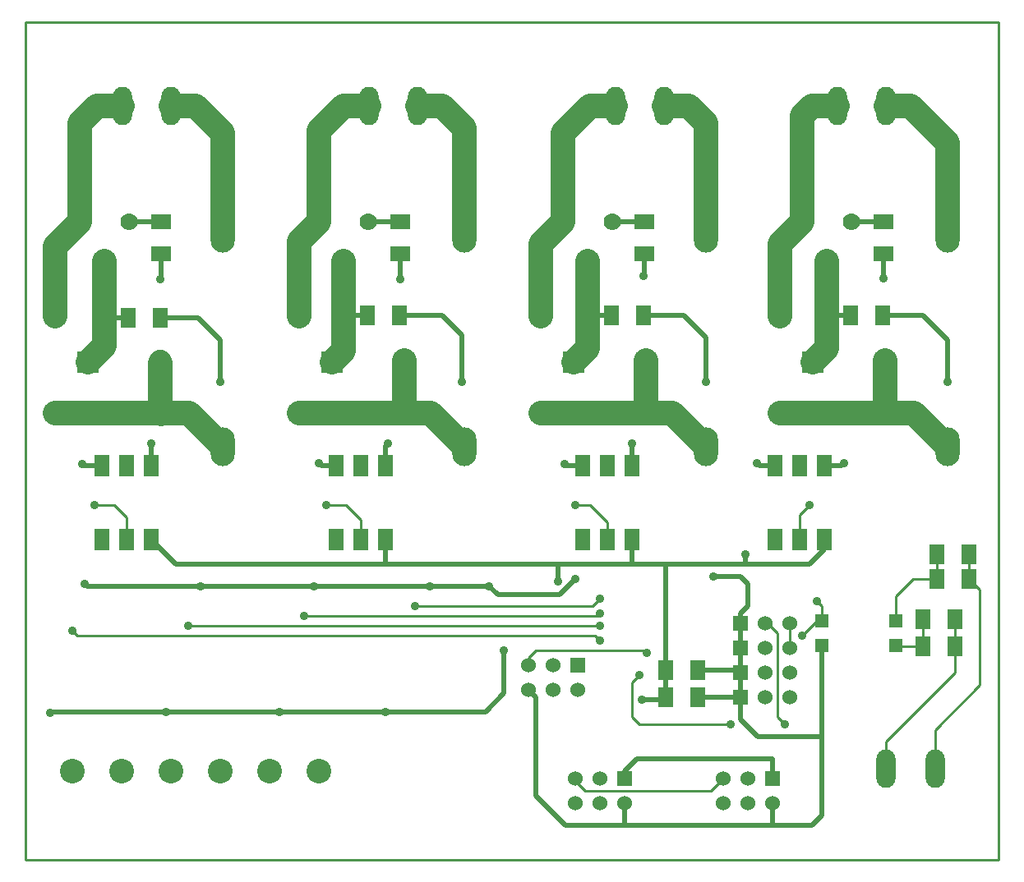
<source format=gbl>
G04 (created by PCBNEW (2011-nov-30)-testing) date jeu. 13 sept. 2012 21:58:41 CEST*
%MOIN*%
G04 Gerber Fmt 3.4, Leading zero omitted, Abs format*
%FSLAX34Y34*%
G01*
G70*
G90*
G04 APERTURE LIST*
%ADD10C,0.006*%
%ADD11C,0.01*%
%ADD12R,0.06X0.08*%
%ADD13R,0.06X0.06*%
%ADD14C,0.06*%
%ADD15O,0.078X0.156*%
%ADD16C,0.055*%
%ADD17R,0.062X0.09*%
%ADD18R,0.0882X0.0882*%
%ADD19C,0.0882*%
%ADD20R,0.055X0.055*%
%ADD21O,0.0984X0.1575*%
%ADD22C,0.07*%
%ADD23R,0.08X0.06*%
%ADD24C,0.1*%
%ADD25C,0.035*%
%ADD26C,0.02*%
%ADD27C,0.1*%
G04 APERTURE END LIST*
G54D10*
G54D11*
X51100Y-61600D02*
X51100Y-61400D01*
X90550Y-61600D02*
X51100Y-61600D01*
X90550Y-27600D02*
X90550Y-61600D01*
X51100Y-27600D02*
X90550Y-27600D01*
X51100Y-61400D02*
X51100Y-27600D01*
G54D12*
X66250Y-39500D03*
X64950Y-39500D03*
X56550Y-39600D03*
X55250Y-39600D03*
X76150Y-39500D03*
X74850Y-39500D03*
X85850Y-39500D03*
X84550Y-39500D03*
G54D13*
X73500Y-53700D03*
G54D14*
X73500Y-54700D03*
X72500Y-53700D03*
X72500Y-54700D03*
X71500Y-53700D03*
X71500Y-54700D03*
G54D15*
X66990Y-31000D03*
X65020Y-31000D03*
X76990Y-31000D03*
X75020Y-31000D03*
X56990Y-31000D03*
X55020Y-31000D03*
X85990Y-31000D03*
X84020Y-31000D03*
G54D16*
X52300Y-43469D03*
X52300Y-39531D03*
X62200Y-43469D03*
X62200Y-39531D03*
X72000Y-43469D03*
X72000Y-39531D03*
X81700Y-43469D03*
X81700Y-39531D03*
G54D17*
X65700Y-48600D03*
X64700Y-48600D03*
X63700Y-48600D03*
X63700Y-45600D03*
X64700Y-45600D03*
X65700Y-45600D03*
X75700Y-48600D03*
X74700Y-48600D03*
X73700Y-48600D03*
X73700Y-45600D03*
X74700Y-45600D03*
X75700Y-45600D03*
X83500Y-48600D03*
X82500Y-48600D03*
X81500Y-48600D03*
X81500Y-45600D03*
X82500Y-45600D03*
X83500Y-45600D03*
X56200Y-48600D03*
X55200Y-48600D03*
X54200Y-48600D03*
X54200Y-45600D03*
X55200Y-45600D03*
X56200Y-45600D03*
G54D18*
X73324Y-41400D03*
G54D19*
X76276Y-41350D03*
G54D18*
X63524Y-41400D03*
G54D19*
X66476Y-41350D03*
G54D18*
X53624Y-41400D03*
G54D19*
X56576Y-41350D03*
G54D18*
X83024Y-41400D03*
G54D19*
X85976Y-41350D03*
G54D13*
X81400Y-58300D03*
G54D14*
X81400Y-59300D03*
X80400Y-58300D03*
X80400Y-59300D03*
X79400Y-58300D03*
X79400Y-59300D03*
G54D13*
X75400Y-58300D03*
G54D14*
X75400Y-59300D03*
X74400Y-58300D03*
X74400Y-59300D03*
X73400Y-58300D03*
X73400Y-59300D03*
G54D12*
X88050Y-50200D03*
X89350Y-50200D03*
X88050Y-49200D03*
X89350Y-49200D03*
X87500Y-51850D03*
X88800Y-51850D03*
X87500Y-52950D03*
X88800Y-52950D03*
G54D15*
X86010Y-57900D03*
X87980Y-57900D03*
G54D20*
X86400Y-51900D03*
X86400Y-52900D03*
X83400Y-52900D03*
X83400Y-51900D03*
G54D21*
X59100Y-36169D03*
X59100Y-44831D03*
X68900Y-36169D03*
X68900Y-44831D03*
X78700Y-36169D03*
X78700Y-44831D03*
X88500Y-36169D03*
X88500Y-44831D03*
G54D13*
X80100Y-55000D03*
G54D14*
X81100Y-55000D03*
X82100Y-55000D03*
G54D13*
X80100Y-54000D03*
G54D14*
X81100Y-54000D03*
X82100Y-54000D03*
G54D13*
X80100Y-52000D03*
G54D14*
X81100Y-52000D03*
X82100Y-52000D03*
G54D13*
X80100Y-53000D03*
G54D14*
X81100Y-53000D03*
X82100Y-53000D03*
G54D22*
X55300Y-35700D03*
X54300Y-37300D03*
X53300Y-35700D03*
X65000Y-35700D03*
X64000Y-37300D03*
X63000Y-35700D03*
X74900Y-35700D03*
X73900Y-37300D03*
X72900Y-35700D03*
X84600Y-35700D03*
X83600Y-37300D03*
X82600Y-35700D03*
G54D12*
X77050Y-55000D03*
X78350Y-55000D03*
X77050Y-53900D03*
X78350Y-53900D03*
G54D23*
X56600Y-37000D03*
X56600Y-35700D03*
X66300Y-37000D03*
X66300Y-35700D03*
X76200Y-37000D03*
X76200Y-35700D03*
X85900Y-37000D03*
X85900Y-35700D03*
G54D24*
X53000Y-58000D03*
X55000Y-58000D03*
X57000Y-58000D03*
X59000Y-58000D03*
X61000Y-58000D03*
X63000Y-58000D03*
G54D25*
X76100Y-55100D03*
X80300Y-49200D03*
X70500Y-53100D03*
X61400Y-55600D03*
X56800Y-55600D03*
X65700Y-55600D03*
X52100Y-55650D03*
X72700Y-50300D03*
X59000Y-42200D03*
X56200Y-44700D03*
X53400Y-45550D03*
X56550Y-38050D03*
X68800Y-42200D03*
X65800Y-44700D03*
X63000Y-45500D03*
X66300Y-38050D03*
X78700Y-42200D03*
X75700Y-44700D03*
X72950Y-45550D03*
X76150Y-37900D03*
X88500Y-42200D03*
X84300Y-45500D03*
X80750Y-45500D03*
X85900Y-38000D03*
X53000Y-52300D03*
X74400Y-52700D03*
X57700Y-52100D03*
X74400Y-52100D03*
X62400Y-51700D03*
X74400Y-51600D03*
X66900Y-51300D03*
X74400Y-51000D03*
X76000Y-54100D03*
X79700Y-56100D03*
X81900Y-56100D03*
X76300Y-53200D03*
X82600Y-52500D03*
X83200Y-51100D03*
X79000Y-50100D03*
X73400Y-50200D03*
X69900Y-50500D03*
X67500Y-50500D03*
X62800Y-50500D03*
X58200Y-50500D03*
X53500Y-50400D03*
X73400Y-47200D03*
X53900Y-47200D03*
X63300Y-47200D03*
X82900Y-47200D03*
G54D26*
X76100Y-55100D02*
X76950Y-55100D01*
X77050Y-55000D02*
X77050Y-53900D01*
X77050Y-53900D02*
X77050Y-49600D01*
X77050Y-49600D02*
X77000Y-49600D01*
X76950Y-55100D02*
X77050Y-55000D01*
X80300Y-49200D02*
X80300Y-49600D01*
X82900Y-49600D02*
X81000Y-49600D01*
X83500Y-49000D02*
X82900Y-49600D01*
X81000Y-49600D02*
X80300Y-49600D01*
X83500Y-48600D02*
X83500Y-49000D01*
X65700Y-55600D02*
X69750Y-55600D01*
X70500Y-54850D02*
X70500Y-53100D01*
X69750Y-55600D02*
X70500Y-54850D01*
X52150Y-55600D02*
X56800Y-55600D01*
X56800Y-55600D02*
X61400Y-55600D01*
X61400Y-55600D02*
X65700Y-55600D01*
X52100Y-55650D02*
X52150Y-55600D01*
X72700Y-50300D02*
X72700Y-49600D01*
X72700Y-49600D02*
X72700Y-49700D01*
X72700Y-49700D02*
X72700Y-49600D01*
X80300Y-49600D02*
X77000Y-49600D01*
X77000Y-49600D02*
X75700Y-49600D01*
X81400Y-58300D02*
X81400Y-57500D01*
X75400Y-58000D02*
X75400Y-58300D01*
X75900Y-57500D02*
X75400Y-58000D01*
X81400Y-57500D02*
X75900Y-57500D01*
X65700Y-48600D02*
X65700Y-49600D01*
X71700Y-49600D02*
X65700Y-49600D01*
X65700Y-49600D02*
X57200Y-49600D01*
X57200Y-49600D02*
X56200Y-48600D01*
X75700Y-48600D02*
X75700Y-49600D01*
X75700Y-49600D02*
X73700Y-49600D01*
X73700Y-49600D02*
X72800Y-49600D01*
X72800Y-49600D02*
X72700Y-49600D01*
X72700Y-49600D02*
X71700Y-49600D01*
X71700Y-49600D02*
X71600Y-49600D01*
G54D11*
X73400Y-58300D02*
X73400Y-58400D01*
X78900Y-58800D02*
X79400Y-58300D01*
X73800Y-58800D02*
X78900Y-58800D01*
X73400Y-58400D02*
X73800Y-58800D01*
G54D26*
X56550Y-39600D02*
X58100Y-39600D01*
X58100Y-39600D02*
X59000Y-40500D01*
X59000Y-40500D02*
X59000Y-42200D01*
X56200Y-44700D02*
X56200Y-45600D01*
X56600Y-37050D02*
X56600Y-38000D01*
X53450Y-45600D02*
X54200Y-45600D01*
X53400Y-45550D02*
X53450Y-45600D01*
X56600Y-38000D02*
X56550Y-38050D01*
X55300Y-35700D02*
X56550Y-35700D01*
X56550Y-35700D02*
X56600Y-35750D01*
X66250Y-39500D02*
X68000Y-39500D01*
X68000Y-39500D02*
X68800Y-40300D01*
X68800Y-40300D02*
X68800Y-42200D01*
X65800Y-44700D02*
X65700Y-44800D01*
X65700Y-44800D02*
X65700Y-45600D01*
X66300Y-37000D02*
X66300Y-38050D01*
X63100Y-45600D02*
X63700Y-45600D01*
X63000Y-45500D02*
X63100Y-45600D01*
X65000Y-35700D02*
X66300Y-35700D01*
X76150Y-39500D02*
X77800Y-39500D01*
X77800Y-39500D02*
X78700Y-40400D01*
X78700Y-40400D02*
X78700Y-42200D01*
X75700Y-44700D02*
X75700Y-45600D01*
X76200Y-37000D02*
X76200Y-37850D01*
X73000Y-45600D02*
X73700Y-45600D01*
X72950Y-45550D02*
X73000Y-45600D01*
X76200Y-37850D02*
X76150Y-37900D01*
X74900Y-35700D02*
X76200Y-35700D01*
X85850Y-39500D02*
X87500Y-39500D01*
X87500Y-39500D02*
X88500Y-40500D01*
X88500Y-40500D02*
X88500Y-42200D01*
X84300Y-45500D02*
X84200Y-45600D01*
X84200Y-45600D02*
X83500Y-45600D01*
X85900Y-37000D02*
X85900Y-38000D01*
X80850Y-45600D02*
X81500Y-45600D01*
X80750Y-45500D02*
X80850Y-45600D01*
X84600Y-35700D02*
X85900Y-35700D01*
G54D27*
X54300Y-39500D02*
X54300Y-40724D01*
X54300Y-40724D02*
X53624Y-41400D01*
G54D26*
X55250Y-39600D02*
X54300Y-39600D01*
X54500Y-39500D02*
X54300Y-39500D01*
X54400Y-39500D02*
X54500Y-39500D01*
X54300Y-39600D02*
X54400Y-39500D01*
G54D27*
X54300Y-37300D02*
X54300Y-39500D01*
X56576Y-41450D02*
X56576Y-43469D01*
X56600Y-43500D02*
X56600Y-43469D01*
X56600Y-43493D02*
X56600Y-43500D01*
X56576Y-43469D02*
X56600Y-43493D01*
X52300Y-43469D02*
X56600Y-43469D01*
X56600Y-43469D02*
X57738Y-43469D01*
X57738Y-43469D02*
X59100Y-44831D01*
X59100Y-36169D02*
X59100Y-32100D01*
X58000Y-31000D02*
X56990Y-31000D01*
X59100Y-32100D02*
X58000Y-31000D01*
X52300Y-39531D02*
X52300Y-36700D01*
X52300Y-36700D02*
X53300Y-35700D01*
X53300Y-35700D02*
X53300Y-31700D01*
X53300Y-31700D02*
X54000Y-31000D01*
X54000Y-31000D02*
X55020Y-31000D01*
G54D26*
X64950Y-39500D02*
X64000Y-39500D01*
X64000Y-39500D02*
X63800Y-39500D01*
X63800Y-39500D02*
X64000Y-39500D01*
G54D27*
X64000Y-37300D02*
X64000Y-39500D01*
X64000Y-39500D02*
X64000Y-40924D01*
X64000Y-40924D02*
X63524Y-41400D01*
X66476Y-41350D02*
X66476Y-43469D01*
X66500Y-43200D02*
X66500Y-43469D01*
X66500Y-43445D02*
X66500Y-43200D01*
X66476Y-43469D02*
X66500Y-43445D01*
X62200Y-43469D02*
X66500Y-43469D01*
X66500Y-43469D02*
X67538Y-43469D01*
X67538Y-43469D02*
X68900Y-44831D01*
X68900Y-36169D02*
X68900Y-31900D01*
X68000Y-31000D02*
X66990Y-31000D01*
X68900Y-31900D02*
X68000Y-31000D01*
X63000Y-35700D02*
X63000Y-32000D01*
X63000Y-32000D02*
X64000Y-31000D01*
X64000Y-31000D02*
X65020Y-31000D01*
X62200Y-39531D02*
X62200Y-36500D01*
X62200Y-36500D02*
X63000Y-35700D01*
G54D26*
X74850Y-39500D02*
X73900Y-39500D01*
X73900Y-39500D02*
X74000Y-39500D01*
X74000Y-39500D02*
X73900Y-39500D01*
G54D27*
X73900Y-37300D02*
X73900Y-39500D01*
X73900Y-39500D02*
X73900Y-40824D01*
X73900Y-40824D02*
X73324Y-41400D01*
X76276Y-41350D02*
X76276Y-43469D01*
X76300Y-43300D02*
X76300Y-43469D01*
X76300Y-43445D02*
X76300Y-43300D01*
X76276Y-43469D02*
X76300Y-43445D01*
X72000Y-43469D02*
X76300Y-43469D01*
X76300Y-43469D02*
X77338Y-43469D01*
X77338Y-43469D02*
X78700Y-44831D01*
X78700Y-36169D02*
X78700Y-31700D01*
X78000Y-31000D02*
X76990Y-31000D01*
X78700Y-31700D02*
X78000Y-31000D01*
X72900Y-35700D02*
X72900Y-32100D01*
X72900Y-32100D02*
X74000Y-31000D01*
X74000Y-31000D02*
X75020Y-31000D01*
X72000Y-39531D02*
X72000Y-36600D01*
X72000Y-36600D02*
X72900Y-35700D01*
G54D26*
X83600Y-39500D02*
X84550Y-39500D01*
G54D27*
X83600Y-37300D02*
X83600Y-39500D01*
X83600Y-39500D02*
X83600Y-40824D01*
X83600Y-40824D02*
X83024Y-41400D01*
X85976Y-43469D02*
X86000Y-43469D01*
X85976Y-41350D02*
X85976Y-43469D01*
X86000Y-43469D02*
X87138Y-43469D01*
X81700Y-43469D02*
X86000Y-43469D01*
X87138Y-43469D02*
X88500Y-44831D01*
X88500Y-36169D02*
X88500Y-32500D01*
X87000Y-31000D02*
X85990Y-31000D01*
X88500Y-32500D02*
X87000Y-31000D01*
X81700Y-39531D02*
X81700Y-36600D01*
X81700Y-36600D02*
X82600Y-35700D01*
X82600Y-35700D02*
X82600Y-31400D01*
X82600Y-31400D02*
X83000Y-31000D01*
X83000Y-31000D02*
X84020Y-31000D01*
G54D11*
X53500Y-52500D02*
X53200Y-52500D01*
X53200Y-52500D02*
X53000Y-52300D01*
X74200Y-52500D02*
X53500Y-52500D01*
X74400Y-52700D02*
X74200Y-52500D01*
X58000Y-52100D02*
X74400Y-52100D01*
X57700Y-52100D02*
X58000Y-52100D01*
X74300Y-51700D02*
X62400Y-51700D01*
X74400Y-51600D02*
X74300Y-51700D01*
X74100Y-51300D02*
X66900Y-51300D01*
X74400Y-51000D02*
X74100Y-51300D01*
X81100Y-52000D02*
X81200Y-52000D01*
X75700Y-54400D02*
X76000Y-54100D01*
X75700Y-55800D02*
X75700Y-54400D01*
X75800Y-55900D02*
X75700Y-55800D01*
X76000Y-56100D02*
X75800Y-55900D01*
X76400Y-56100D02*
X76000Y-56100D01*
X79700Y-56100D02*
X76400Y-56100D01*
X81600Y-55800D02*
X81900Y-56100D01*
X81600Y-52400D02*
X81600Y-55800D01*
X81200Y-52000D02*
X81600Y-52400D01*
X86010Y-57900D02*
X86010Y-56790D01*
X88800Y-54000D02*
X88800Y-52950D01*
X86010Y-56790D02*
X88800Y-54000D01*
X88800Y-51850D02*
X88800Y-52950D01*
X89350Y-50200D02*
X89350Y-49200D01*
X87980Y-57900D02*
X87980Y-56320D01*
X89800Y-50650D02*
X89350Y-50200D01*
X89800Y-54500D02*
X89800Y-50650D01*
X87980Y-56320D02*
X89800Y-54500D01*
X76200Y-53100D02*
X76300Y-53200D01*
X71800Y-53100D02*
X76200Y-53100D01*
X71500Y-53400D02*
X71800Y-53100D01*
X71500Y-53700D02*
X71500Y-53400D01*
X83400Y-51900D02*
X83200Y-51900D01*
X83200Y-51900D02*
X82600Y-52500D01*
X83400Y-51900D02*
X83400Y-51300D01*
X83400Y-51300D02*
X83200Y-51100D01*
G54D26*
X78350Y-53900D02*
X80000Y-53900D01*
X78350Y-55000D02*
X80100Y-55000D01*
X80000Y-53900D02*
X80100Y-54000D01*
X79600Y-50100D02*
X80100Y-50100D01*
X79600Y-50100D02*
X79000Y-50100D01*
X80100Y-51600D02*
X80100Y-52000D01*
X80400Y-51300D02*
X80100Y-51600D01*
X80400Y-50400D02*
X80400Y-51300D01*
X80100Y-50100D02*
X80400Y-50400D01*
X80100Y-52000D02*
X80100Y-53000D01*
X83400Y-56600D02*
X80800Y-56600D01*
X80100Y-55900D02*
X80100Y-55000D01*
X80400Y-56200D02*
X80800Y-56600D01*
X80100Y-55900D02*
X80400Y-56200D01*
X83400Y-52900D02*
X83400Y-56600D01*
X83400Y-56600D02*
X83400Y-59800D01*
X83000Y-60200D02*
X81400Y-60200D01*
X83400Y-59800D02*
X83000Y-60200D01*
X71500Y-54700D02*
X71800Y-55000D01*
X73000Y-60200D02*
X75350Y-60200D01*
X71800Y-59000D02*
X73000Y-60200D01*
X71800Y-55000D02*
X71800Y-59000D01*
X70250Y-50850D02*
X72750Y-50850D01*
X69900Y-50500D02*
X70250Y-50850D01*
X72750Y-50850D02*
X73400Y-50200D01*
X75400Y-59300D02*
X75400Y-60150D01*
X75400Y-60150D02*
X75350Y-60200D01*
X67500Y-50500D02*
X69900Y-50500D01*
X81400Y-59300D02*
X81400Y-60200D01*
X75350Y-60200D02*
X81400Y-60200D01*
X80100Y-54000D02*
X80100Y-55000D01*
X80100Y-53000D02*
X80100Y-54000D01*
X53600Y-50500D02*
X58200Y-50500D01*
X58200Y-50500D02*
X62800Y-50500D01*
X62800Y-50500D02*
X67500Y-50500D01*
X53500Y-50400D02*
X53600Y-50500D01*
G54D11*
X82100Y-53000D02*
X82100Y-52000D01*
X87500Y-52950D02*
X86450Y-52950D01*
X86450Y-52950D02*
X86400Y-52900D01*
X87500Y-51850D02*
X87500Y-52950D01*
X87450Y-51900D02*
X87500Y-51850D01*
X88050Y-50200D02*
X87100Y-50200D01*
X86400Y-50900D02*
X86400Y-51900D01*
X87100Y-50200D02*
X86400Y-50900D01*
X88050Y-49200D02*
X88050Y-50200D01*
X74700Y-48600D02*
X74700Y-47900D01*
X74000Y-47200D02*
X73400Y-47200D01*
X74700Y-47900D02*
X74000Y-47200D01*
X55200Y-48600D02*
X55200Y-47700D01*
X54700Y-47200D02*
X53900Y-47200D01*
X55200Y-47700D02*
X54700Y-47200D01*
X64700Y-48600D02*
X64700Y-47800D01*
X64100Y-47200D02*
X63300Y-47200D01*
X64700Y-47800D02*
X64100Y-47200D01*
X82500Y-48600D02*
X82500Y-47600D01*
X82500Y-47600D02*
X82900Y-47200D01*
M02*

</source>
